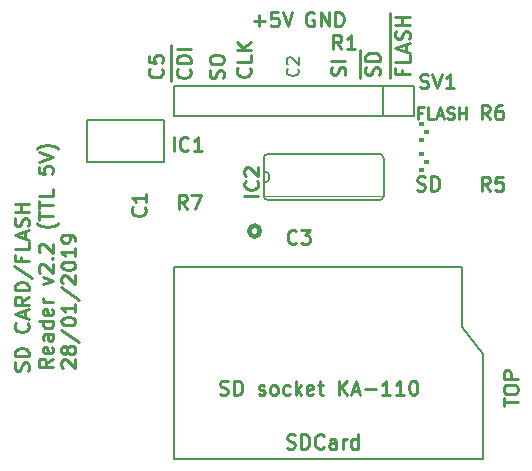
<source format=gbr>
G04 #@! TF.GenerationSoftware,KiCad,Pcbnew,(5.0.2)-1*
G04 #@! TF.CreationDate,2019-04-22T11:09:00+04:00*
G04 #@! TF.ProjectId,SD_CARD_and_SPI_FLASH_v2.2,53445f43-4152-4445-9f61-6e645f535049,rev?*
G04 #@! TF.SameCoordinates,Original*
G04 #@! TF.FileFunction,Legend,Top*
G04 #@! TF.FilePolarity,Positive*
%FSLAX46Y46*%
G04 Gerber Fmt 4.6, Leading zero omitted, Abs format (unit mm)*
G04 Created by KiCad (PCBNEW (5.0.2)-1) date 22/04/2019 11:09:00*
%MOMM*%
%LPD*%
G01*
G04 APERTURE LIST*
%ADD10C,0.200000*%
%ADD11C,0.406400*%
%ADD12C,0.228600*%
%ADD13C,0.127000*%
%ADD14C,0.203200*%
%ADD15C,0.050800*%
%ADD16C,0.152400*%
%ADD17C,0.100000*%
%ADD18C,0.220000*%
G04 APERTURE END LIST*
D10*
X157734000Y-91948000D02*
X157734000Y-94388000D01*
D11*
X147287000Y-104175600D02*
G75*
G03X147287000Y-104175600I-457900J0D01*
G01*
D12*
X127664195Y-115989200D02*
X127721647Y-115816843D01*
X127721647Y-115529581D01*
X127664195Y-115414676D01*
X127606742Y-115357224D01*
X127491838Y-115299771D01*
X127376933Y-115299771D01*
X127262028Y-115357224D01*
X127204576Y-115414676D01*
X127147123Y-115529581D01*
X127089671Y-115759390D01*
X127032219Y-115874295D01*
X126974766Y-115931748D01*
X126859861Y-115989200D01*
X126744957Y-115989200D01*
X126630052Y-115931748D01*
X126572600Y-115874295D01*
X126515147Y-115759390D01*
X126515147Y-115472129D01*
X126572600Y-115299771D01*
X127721647Y-114782700D02*
X126515147Y-114782700D01*
X126515147Y-114495438D01*
X126572600Y-114323081D01*
X126687504Y-114208176D01*
X126802409Y-114150724D01*
X127032219Y-114093271D01*
X127204576Y-114093271D01*
X127434385Y-114150724D01*
X127549290Y-114208176D01*
X127664195Y-114323081D01*
X127721647Y-114495438D01*
X127721647Y-114782700D01*
X127606742Y-111967533D02*
X127664195Y-112024986D01*
X127721647Y-112197343D01*
X127721647Y-112312248D01*
X127664195Y-112484605D01*
X127549290Y-112599510D01*
X127434385Y-112656962D01*
X127204576Y-112714414D01*
X127032219Y-112714414D01*
X126802409Y-112656962D01*
X126687504Y-112599510D01*
X126572600Y-112484605D01*
X126515147Y-112312248D01*
X126515147Y-112197343D01*
X126572600Y-112024986D01*
X126630052Y-111967533D01*
X127376933Y-111507914D02*
X127376933Y-110933390D01*
X127721647Y-111622819D02*
X126515147Y-111220652D01*
X127721647Y-110818486D01*
X127721647Y-109726890D02*
X127147123Y-110129057D01*
X127721647Y-110416319D02*
X126515147Y-110416319D01*
X126515147Y-109956700D01*
X126572600Y-109841795D01*
X126630052Y-109784343D01*
X126744957Y-109726890D01*
X126917314Y-109726890D01*
X127032219Y-109784343D01*
X127089671Y-109841795D01*
X127147123Y-109956700D01*
X127147123Y-110416319D01*
X127721647Y-109209819D02*
X126515147Y-109209819D01*
X126515147Y-108922557D01*
X126572600Y-108750200D01*
X126687504Y-108635295D01*
X126802409Y-108577843D01*
X127032219Y-108520390D01*
X127204576Y-108520390D01*
X127434385Y-108577843D01*
X127549290Y-108635295D01*
X127664195Y-108750200D01*
X127721647Y-108922557D01*
X127721647Y-109209819D01*
X126457695Y-107141533D02*
X128008909Y-108175676D01*
X127089671Y-106337200D02*
X127089671Y-106739367D01*
X127721647Y-106739367D02*
X126515147Y-106739367D01*
X126515147Y-106164843D01*
X127721647Y-105130700D02*
X127721647Y-105705224D01*
X126515147Y-105705224D01*
X127376933Y-104785986D02*
X127376933Y-104211462D01*
X127721647Y-104900890D02*
X126515147Y-104498724D01*
X127721647Y-104096557D01*
X127664195Y-103751843D02*
X127721647Y-103579486D01*
X127721647Y-103292224D01*
X127664195Y-103177319D01*
X127606742Y-103119867D01*
X127491838Y-103062414D01*
X127376933Y-103062414D01*
X127262028Y-103119867D01*
X127204576Y-103177319D01*
X127147123Y-103292224D01*
X127089671Y-103522033D01*
X127032219Y-103636938D01*
X126974766Y-103694390D01*
X126859861Y-103751843D01*
X126744957Y-103751843D01*
X126630052Y-103694390D01*
X126572600Y-103636938D01*
X126515147Y-103522033D01*
X126515147Y-103234771D01*
X126572600Y-103062414D01*
X127721647Y-102545343D02*
X126515147Y-102545343D01*
X127089671Y-102545343D02*
X127089671Y-101855914D01*
X127721647Y-101855914D02*
X126515147Y-101855914D01*
X129753647Y-114988319D02*
X129179123Y-115390486D01*
X129753647Y-115677748D02*
X128547147Y-115677748D01*
X128547147Y-115218129D01*
X128604600Y-115103224D01*
X128662052Y-115045771D01*
X128776957Y-114988319D01*
X128949314Y-114988319D01*
X129064219Y-115045771D01*
X129121671Y-115103224D01*
X129179123Y-115218129D01*
X129179123Y-115677748D01*
X129696195Y-114011629D02*
X129753647Y-114126533D01*
X129753647Y-114356343D01*
X129696195Y-114471248D01*
X129581290Y-114528700D01*
X129121671Y-114528700D01*
X129006766Y-114471248D01*
X128949314Y-114356343D01*
X128949314Y-114126533D01*
X129006766Y-114011629D01*
X129121671Y-113954176D01*
X129236576Y-113954176D01*
X129351480Y-114528700D01*
X129753647Y-112920033D02*
X129121671Y-112920033D01*
X129006766Y-112977486D01*
X128949314Y-113092390D01*
X128949314Y-113322200D01*
X129006766Y-113437105D01*
X129696195Y-112920033D02*
X129753647Y-113034938D01*
X129753647Y-113322200D01*
X129696195Y-113437105D01*
X129581290Y-113494557D01*
X129466385Y-113494557D01*
X129351480Y-113437105D01*
X129294028Y-113322200D01*
X129294028Y-113034938D01*
X129236576Y-112920033D01*
X129753647Y-111828438D02*
X128547147Y-111828438D01*
X129696195Y-111828438D02*
X129753647Y-111943343D01*
X129753647Y-112173152D01*
X129696195Y-112288057D01*
X129638742Y-112345510D01*
X129523838Y-112402962D01*
X129179123Y-112402962D01*
X129064219Y-112345510D01*
X129006766Y-112288057D01*
X128949314Y-112173152D01*
X128949314Y-111943343D01*
X129006766Y-111828438D01*
X129696195Y-110794295D02*
X129753647Y-110909200D01*
X129753647Y-111139010D01*
X129696195Y-111253914D01*
X129581290Y-111311367D01*
X129121671Y-111311367D01*
X129006766Y-111253914D01*
X128949314Y-111139010D01*
X128949314Y-110909200D01*
X129006766Y-110794295D01*
X129121671Y-110736843D01*
X129236576Y-110736843D01*
X129351480Y-111311367D01*
X129753647Y-110219771D02*
X128949314Y-110219771D01*
X129179123Y-110219771D02*
X129064219Y-110162319D01*
X129006766Y-110104867D01*
X128949314Y-109989962D01*
X128949314Y-109875057D01*
X128949314Y-108668557D02*
X129753647Y-108381295D01*
X128949314Y-108094033D01*
X128662052Y-107691867D02*
X128604600Y-107634414D01*
X128547147Y-107519510D01*
X128547147Y-107232248D01*
X128604600Y-107117343D01*
X128662052Y-107059890D01*
X128776957Y-107002438D01*
X128891861Y-107002438D01*
X129064219Y-107059890D01*
X129753647Y-107749319D01*
X129753647Y-107002438D01*
X129638742Y-106485367D02*
X129696195Y-106427914D01*
X129753647Y-106485367D01*
X129696195Y-106542819D01*
X129638742Y-106485367D01*
X129753647Y-106485367D01*
X128662052Y-105968295D02*
X128604600Y-105910843D01*
X128547147Y-105795938D01*
X128547147Y-105508676D01*
X128604600Y-105393771D01*
X128662052Y-105336319D01*
X128776957Y-105278867D01*
X128891861Y-105278867D01*
X129064219Y-105336319D01*
X129753647Y-106025748D01*
X129753647Y-105278867D01*
X130213266Y-103497843D02*
X130155814Y-103555295D01*
X129983457Y-103670200D01*
X129868552Y-103727652D01*
X129696195Y-103785105D01*
X129408933Y-103842557D01*
X129179123Y-103842557D01*
X128891861Y-103785105D01*
X128719504Y-103727652D01*
X128604600Y-103670200D01*
X128432242Y-103555295D01*
X128374790Y-103497843D01*
X128547147Y-103210581D02*
X128547147Y-102521152D01*
X129753647Y-102865867D02*
X128547147Y-102865867D01*
X128547147Y-102291343D02*
X128547147Y-101601914D01*
X129753647Y-101946629D02*
X128547147Y-101946629D01*
X129753647Y-100625224D02*
X129753647Y-101199748D01*
X128547147Y-101199748D01*
X128547147Y-98729295D02*
X128547147Y-99303819D01*
X129121671Y-99361271D01*
X129064219Y-99303819D01*
X129006766Y-99188914D01*
X129006766Y-98901652D01*
X129064219Y-98786748D01*
X129121671Y-98729295D01*
X129236576Y-98671843D01*
X129523838Y-98671843D01*
X129638742Y-98729295D01*
X129696195Y-98786748D01*
X129753647Y-98901652D01*
X129753647Y-99188914D01*
X129696195Y-99303819D01*
X129638742Y-99361271D01*
X128547147Y-98327129D02*
X129753647Y-97924962D01*
X128547147Y-97522795D01*
X130213266Y-97235533D02*
X130155814Y-97178081D01*
X129983457Y-97063176D01*
X129868552Y-97005724D01*
X129696195Y-96948271D01*
X129408933Y-96890819D01*
X129179123Y-96890819D01*
X128891861Y-96948271D01*
X128719504Y-97005724D01*
X128604600Y-97063176D01*
X128432242Y-97178081D01*
X128374790Y-97235533D01*
X167917147Y-119025105D02*
X167917147Y-118335676D01*
X169123647Y-118680390D02*
X167917147Y-118680390D01*
X167917147Y-117703700D02*
X167917147Y-117473890D01*
X167974600Y-117358986D01*
X168089504Y-117244081D01*
X168319314Y-117186629D01*
X168721480Y-117186629D01*
X168951290Y-117244081D01*
X169066195Y-117358986D01*
X169123647Y-117473890D01*
X169123647Y-117703700D01*
X169066195Y-117818605D01*
X168951290Y-117933510D01*
X168721480Y-117990962D01*
X168319314Y-117990962D01*
X168089504Y-117933510D01*
X167974600Y-117818605D01*
X167917147Y-117703700D01*
X169123647Y-116669557D02*
X167917147Y-116669557D01*
X167917147Y-116209938D01*
X167974600Y-116095033D01*
X168032052Y-116037581D01*
X168146957Y-115980129D01*
X168319314Y-115980129D01*
X168434219Y-116037581D01*
X168491671Y-116095033D01*
X168549123Y-116209938D01*
X168549123Y-116669557D01*
X130567052Y-115735200D02*
X130509600Y-115677748D01*
X130452147Y-115562843D01*
X130452147Y-115275581D01*
X130509600Y-115160676D01*
X130567052Y-115103224D01*
X130681957Y-115045771D01*
X130796861Y-115045771D01*
X130969219Y-115103224D01*
X131658647Y-115792652D01*
X131658647Y-115045771D01*
X130969219Y-114356343D02*
X130911766Y-114471248D01*
X130854314Y-114528700D01*
X130739409Y-114586152D01*
X130681957Y-114586152D01*
X130567052Y-114528700D01*
X130509600Y-114471248D01*
X130452147Y-114356343D01*
X130452147Y-114126533D01*
X130509600Y-114011629D01*
X130567052Y-113954176D01*
X130681957Y-113896724D01*
X130739409Y-113896724D01*
X130854314Y-113954176D01*
X130911766Y-114011629D01*
X130969219Y-114126533D01*
X130969219Y-114356343D01*
X131026671Y-114471248D01*
X131084123Y-114528700D01*
X131199028Y-114586152D01*
X131428838Y-114586152D01*
X131543742Y-114528700D01*
X131601195Y-114471248D01*
X131658647Y-114356343D01*
X131658647Y-114126533D01*
X131601195Y-114011629D01*
X131543742Y-113954176D01*
X131428838Y-113896724D01*
X131199028Y-113896724D01*
X131084123Y-113954176D01*
X131026671Y-114011629D01*
X130969219Y-114126533D01*
X130394695Y-112517867D02*
X131945909Y-113552010D01*
X130452147Y-111885890D02*
X130452147Y-111770986D01*
X130509600Y-111656081D01*
X130567052Y-111598629D01*
X130681957Y-111541176D01*
X130911766Y-111483724D01*
X131199028Y-111483724D01*
X131428838Y-111541176D01*
X131543742Y-111598629D01*
X131601195Y-111656081D01*
X131658647Y-111770986D01*
X131658647Y-111885890D01*
X131601195Y-112000795D01*
X131543742Y-112058248D01*
X131428838Y-112115700D01*
X131199028Y-112173152D01*
X130911766Y-112173152D01*
X130681957Y-112115700D01*
X130567052Y-112058248D01*
X130509600Y-112000795D01*
X130452147Y-111885890D01*
X131658647Y-110334676D02*
X131658647Y-111024105D01*
X131658647Y-110679390D02*
X130452147Y-110679390D01*
X130624504Y-110794295D01*
X130739409Y-110909200D01*
X130796861Y-111024105D01*
X130394695Y-108955819D02*
X131945909Y-109989962D01*
X130567052Y-108611105D02*
X130509600Y-108553652D01*
X130452147Y-108438748D01*
X130452147Y-108151486D01*
X130509600Y-108036581D01*
X130567052Y-107979129D01*
X130681957Y-107921676D01*
X130796861Y-107921676D01*
X130969219Y-107979129D01*
X131658647Y-108668557D01*
X131658647Y-107921676D01*
X130452147Y-107174795D02*
X130452147Y-107059890D01*
X130509600Y-106944986D01*
X130567052Y-106887533D01*
X130681957Y-106830081D01*
X130911766Y-106772629D01*
X131199028Y-106772629D01*
X131428838Y-106830081D01*
X131543742Y-106887533D01*
X131601195Y-106944986D01*
X131658647Y-107059890D01*
X131658647Y-107174795D01*
X131601195Y-107289700D01*
X131543742Y-107347152D01*
X131428838Y-107404605D01*
X131199028Y-107462057D01*
X130911766Y-107462057D01*
X130681957Y-107404605D01*
X130567052Y-107347152D01*
X130509600Y-107289700D01*
X130452147Y-107174795D01*
X131658647Y-105623581D02*
X131658647Y-106313010D01*
X131658647Y-105968295D02*
X130452147Y-105968295D01*
X130624504Y-106083200D01*
X130739409Y-106198105D01*
X130796861Y-106313010D01*
X131658647Y-105049057D02*
X131658647Y-104819248D01*
X131601195Y-104704343D01*
X131543742Y-104646890D01*
X131371385Y-104531986D01*
X131141576Y-104474533D01*
X130681957Y-104474533D01*
X130567052Y-104531986D01*
X130509600Y-104589438D01*
X130452147Y-104704343D01*
X130452147Y-104934152D01*
X130509600Y-105049057D01*
X130567052Y-105106510D01*
X130681957Y-105163962D01*
X130969219Y-105163962D01*
X131084123Y-105106510D01*
X131141576Y-105049057D01*
X131199028Y-104934152D01*
X131199028Y-104704343D01*
X131141576Y-104589438D01*
X131084123Y-104531986D01*
X130969219Y-104474533D01*
X158250890Y-91200010D02*
X158250890Y-90165867D01*
X159330571Y-90510581D02*
X159330571Y-90912748D01*
X159962547Y-90912748D02*
X158756047Y-90912748D01*
X158756047Y-90338224D01*
X158250890Y-90165867D02*
X158250890Y-89189176D01*
X159962547Y-89304081D02*
X159962547Y-89878605D01*
X158756047Y-89878605D01*
X158250890Y-89189176D02*
X158250890Y-88155033D01*
X159617833Y-88959367D02*
X159617833Y-88384843D01*
X159962547Y-89074271D02*
X158756047Y-88672105D01*
X159962547Y-88269938D01*
X158250890Y-88155033D02*
X158250890Y-87005986D01*
X159905095Y-87925224D02*
X159962547Y-87752867D01*
X159962547Y-87465605D01*
X159905095Y-87350700D01*
X159847642Y-87293248D01*
X159732738Y-87235795D01*
X159617833Y-87235795D01*
X159502928Y-87293248D01*
X159445476Y-87350700D01*
X159388023Y-87465605D01*
X159330571Y-87695414D01*
X159273119Y-87810319D01*
X159215666Y-87867771D01*
X159100761Y-87925224D01*
X158985857Y-87925224D01*
X158870952Y-87867771D01*
X158813500Y-87810319D01*
X158756047Y-87695414D01*
X158756047Y-87408152D01*
X158813500Y-87235795D01*
X158250890Y-87005986D02*
X158250890Y-85742033D01*
X159962547Y-86718724D02*
X158756047Y-86718724D01*
X159330571Y-86718724D02*
X159330571Y-86029295D01*
X159962547Y-86029295D02*
X158756047Y-86029295D01*
X155710890Y-91200010D02*
X155710890Y-90050962D01*
X157365095Y-90970200D02*
X157422547Y-90797843D01*
X157422547Y-90510581D01*
X157365095Y-90395676D01*
X157307642Y-90338224D01*
X157192738Y-90280771D01*
X157077833Y-90280771D01*
X156962928Y-90338224D01*
X156905476Y-90395676D01*
X156848023Y-90510581D01*
X156790571Y-90740390D01*
X156733119Y-90855295D01*
X156675666Y-90912748D01*
X156560761Y-90970200D01*
X156445857Y-90970200D01*
X156330952Y-90912748D01*
X156273500Y-90855295D01*
X156216047Y-90740390D01*
X156216047Y-90453129D01*
X156273500Y-90280771D01*
X155710890Y-90050962D02*
X155710890Y-88844462D01*
X157422547Y-89763700D02*
X156216047Y-89763700D01*
X156216047Y-89476438D01*
X156273500Y-89304081D01*
X156388404Y-89189176D01*
X156503309Y-89131724D01*
X156733119Y-89074271D01*
X156905476Y-89074271D01*
X157135285Y-89131724D01*
X157250190Y-89189176D01*
X157365095Y-89304081D01*
X157422547Y-89476438D01*
X157422547Y-89763700D01*
X151833928Y-85697100D02*
X151719023Y-85639647D01*
X151546666Y-85639647D01*
X151374309Y-85697100D01*
X151259404Y-85812004D01*
X151201951Y-85926909D01*
X151144499Y-86156719D01*
X151144499Y-86329076D01*
X151201951Y-86558885D01*
X151259404Y-86673790D01*
X151374309Y-86788695D01*
X151546666Y-86846147D01*
X151661570Y-86846147D01*
X151833928Y-86788695D01*
X151891380Y-86731242D01*
X151891380Y-86329076D01*
X151661570Y-86329076D01*
X152408451Y-86846147D02*
X152408451Y-85639647D01*
X153097880Y-86846147D01*
X153097880Y-85639647D01*
X153672404Y-86846147D02*
X153672404Y-85639647D01*
X153959666Y-85639647D01*
X154132023Y-85697100D01*
X154246928Y-85812004D01*
X154304380Y-85926909D01*
X154361832Y-86156719D01*
X154361832Y-86329076D01*
X154304380Y-86558885D01*
X154246928Y-86673790D01*
X154132023Y-86788695D01*
X153959666Y-86846147D01*
X153672404Y-86846147D01*
X154461195Y-90970200D02*
X154518647Y-90797843D01*
X154518647Y-90510581D01*
X154461195Y-90395676D01*
X154403742Y-90338224D01*
X154288838Y-90280771D01*
X154173933Y-90280771D01*
X154059028Y-90338224D01*
X154001576Y-90395676D01*
X153944123Y-90510581D01*
X153886671Y-90740390D01*
X153829219Y-90855295D01*
X153771766Y-90912748D01*
X153656861Y-90970200D01*
X153541957Y-90970200D01*
X153427052Y-90912748D01*
X153369600Y-90855295D01*
X153312147Y-90740390D01*
X153312147Y-90453129D01*
X153369600Y-90280771D01*
X154518647Y-89763700D02*
X153312147Y-89763700D01*
X144174195Y-91224200D02*
X144231647Y-91051843D01*
X144231647Y-90764581D01*
X144174195Y-90649676D01*
X144116742Y-90592224D01*
X144001838Y-90534771D01*
X143886933Y-90534771D01*
X143772028Y-90592224D01*
X143714576Y-90649676D01*
X143657123Y-90764581D01*
X143599671Y-90994390D01*
X143542219Y-91109295D01*
X143484766Y-91166748D01*
X143369861Y-91224200D01*
X143254957Y-91224200D01*
X143140052Y-91166748D01*
X143082600Y-91109295D01*
X143025147Y-90994390D01*
X143025147Y-90707129D01*
X143082600Y-90534771D01*
X143025147Y-89787890D02*
X143025147Y-89558081D01*
X143082600Y-89443176D01*
X143197504Y-89328271D01*
X143427314Y-89270819D01*
X143829480Y-89270819D01*
X144059290Y-89328271D01*
X144174195Y-89443176D01*
X144231647Y-89558081D01*
X144231647Y-89787890D01*
X144174195Y-89902795D01*
X144059290Y-90017700D01*
X143829480Y-90075152D01*
X143427314Y-90075152D01*
X143197504Y-90017700D01*
X143082600Y-89902795D01*
X143025147Y-89787890D01*
X146402742Y-90350319D02*
X146460195Y-90407771D01*
X146517647Y-90580129D01*
X146517647Y-90695033D01*
X146460195Y-90867390D01*
X146345290Y-90982295D01*
X146230385Y-91039748D01*
X146000576Y-91097200D01*
X145828219Y-91097200D01*
X145598409Y-91039748D01*
X145483504Y-90982295D01*
X145368600Y-90867390D01*
X145311147Y-90695033D01*
X145311147Y-90580129D01*
X145368600Y-90407771D01*
X145426052Y-90350319D01*
X146517647Y-89258724D02*
X146517647Y-89833248D01*
X145311147Y-89833248D01*
X146517647Y-88856557D02*
X145311147Y-88856557D01*
X146517647Y-88167129D02*
X145828219Y-88684200D01*
X145311147Y-88167129D02*
X146000576Y-88856557D01*
X146756951Y-86386528D02*
X147676190Y-86386528D01*
X147216570Y-86846147D02*
X147216570Y-85926909D01*
X148825237Y-85639647D02*
X148250713Y-85639647D01*
X148193261Y-86214171D01*
X148250713Y-86156719D01*
X148365618Y-86099266D01*
X148652880Y-86099266D01*
X148767785Y-86156719D01*
X148825237Y-86214171D01*
X148882690Y-86329076D01*
X148882690Y-86616338D01*
X148825237Y-86731242D01*
X148767785Y-86788695D01*
X148652880Y-86846147D01*
X148365618Y-86846147D01*
X148250713Y-86788695D01*
X148193261Y-86731242D01*
X149227404Y-85639647D02*
X149629570Y-86846147D01*
X150031737Y-85639647D01*
X139725990Y-91454010D02*
X139725990Y-90247510D01*
X141322742Y-90477319D02*
X141380195Y-90534771D01*
X141437647Y-90707129D01*
X141437647Y-90822033D01*
X141380195Y-90994390D01*
X141265290Y-91109295D01*
X141150385Y-91166748D01*
X140920576Y-91224200D01*
X140748219Y-91224200D01*
X140518409Y-91166748D01*
X140403504Y-91109295D01*
X140288600Y-90994390D01*
X140231147Y-90822033D01*
X140231147Y-90707129D01*
X140288600Y-90534771D01*
X140346052Y-90477319D01*
X139725990Y-90247510D02*
X139725990Y-89041010D01*
X141437647Y-89960248D02*
X140231147Y-89960248D01*
X140231147Y-89672986D01*
X140288600Y-89500629D01*
X140403504Y-89385724D01*
X140518409Y-89328271D01*
X140748219Y-89270819D01*
X140920576Y-89270819D01*
X141150385Y-89328271D01*
X141265290Y-89385724D01*
X141380195Y-89500629D01*
X141437647Y-89672986D01*
X141437647Y-89960248D01*
X139725990Y-89041010D02*
X139725990Y-88466486D01*
X141437647Y-88753748D02*
X140231147Y-88753748D01*
D13*
G04 #@! TO.C,U$1*
X164355100Y-112303600D02*
X166133100Y-114589600D01*
X164355100Y-107223600D02*
X164355100Y-112303600D01*
X166133100Y-123479600D02*
X166133100Y-114589600D01*
X164863100Y-123479600D02*
X166133100Y-123479600D01*
X139971100Y-123479600D02*
X164863100Y-123479600D01*
X139971100Y-107223600D02*
X139971100Y-123479600D01*
X139971100Y-107223600D02*
X164355100Y-107223600D01*
D14*
G04 #@! TO.C,IC1*
X139184100Y-98333600D02*
X132630100Y-98333600D01*
X139184100Y-94777600D02*
X139184100Y-98333600D01*
X132630100Y-94777600D02*
X139184100Y-94777600D01*
X132630100Y-98333600D02*
X132630100Y-94777600D01*
D15*
G04 #@! TO.C,IC2*
X147591100Y-101203800D02*
X157751100Y-101203800D01*
D16*
X147591100Y-100111600D02*
G75*
G03X147591100Y-99095600I0J508000D01*
G01*
X147591100Y-100111600D02*
X147591100Y-101178400D01*
X147591100Y-99095600D02*
X147591100Y-100111600D01*
X147591100Y-98028800D02*
X147591100Y-99095600D01*
X157751100Y-101178400D02*
X157751100Y-98028800D01*
X147972100Y-101559400D02*
X157370100Y-101559400D01*
X147972100Y-101559400D02*
G75*
G02X147591100Y-101178400I0J381000D01*
G01*
X157751100Y-98028800D02*
G75*
G03X157370100Y-97647800I-381000J0D01*
G01*
X147972100Y-97647800D02*
G75*
G03X147591100Y-98028800I0J-381000D01*
G01*
X157751100Y-101178400D02*
G75*
G02X157370100Y-101559400I-381000J0D01*
G01*
X157370100Y-97647800D02*
X147972100Y-97647800D01*
D17*
G04 #@! TO.C,SD*
G36*
X161561100Y-98508600D02*
X161561100Y-98158600D01*
X161211100Y-98158600D01*
X161211100Y-98508600D01*
X161561100Y-98508600D01*
G37*
G36*
X161211100Y-97808600D02*
X161211100Y-97483600D01*
X160786100Y-97483600D01*
X160786100Y-97808600D01*
X161211100Y-97808600D01*
G37*
G36*
X161211100Y-99183600D02*
X161211100Y-98858600D01*
X160786100Y-98858600D01*
X160786100Y-99183600D01*
X161211100Y-99183600D01*
G37*
G04 #@! TO.C,FLASH*
G36*
X161561100Y-95968600D02*
X161561100Y-95618600D01*
X161211100Y-95618600D01*
X161211100Y-95968600D01*
X161561100Y-95968600D01*
G37*
G36*
X161211100Y-95268600D02*
X161211100Y-94943600D01*
X160786100Y-94943600D01*
X160786100Y-95268600D01*
X161211100Y-95268600D01*
G37*
G36*
X161211100Y-96643600D02*
X161211100Y-96318600D01*
X160786100Y-96318600D01*
X160786100Y-96643600D01*
X161211100Y-96643600D01*
G37*
D13*
G04 #@! TO.C,SV1*
X160291100Y-91882000D02*
X160291100Y-94422000D01*
X139971100Y-91882000D02*
X160291100Y-91882000D01*
X139971100Y-94422000D02*
X139971100Y-91882000D01*
X160291100Y-94422000D02*
X139971100Y-94422000D01*
G04 #@! TO.C,U$1*
D18*
X143882809Y-117995095D02*
X144055166Y-118052547D01*
X144342428Y-118052547D01*
X144457333Y-117995095D01*
X144514785Y-117937642D01*
X144572238Y-117822738D01*
X144572238Y-117707833D01*
X144514785Y-117592928D01*
X144457333Y-117535476D01*
X144342428Y-117478023D01*
X144112619Y-117420571D01*
X143997714Y-117363119D01*
X143940261Y-117305666D01*
X143882809Y-117190761D01*
X143882809Y-117075857D01*
X143940261Y-116960952D01*
X143997714Y-116903500D01*
X144112619Y-116846047D01*
X144399880Y-116846047D01*
X144572238Y-116903500D01*
X145089309Y-118052547D02*
X145089309Y-116846047D01*
X145376571Y-116846047D01*
X145548928Y-116903500D01*
X145663833Y-117018404D01*
X145721285Y-117133309D01*
X145778738Y-117363119D01*
X145778738Y-117535476D01*
X145721285Y-117765285D01*
X145663833Y-117880190D01*
X145548928Y-117995095D01*
X145376571Y-118052547D01*
X145089309Y-118052547D01*
X147157595Y-117995095D02*
X147272500Y-118052547D01*
X147502309Y-118052547D01*
X147617214Y-117995095D01*
X147674666Y-117880190D01*
X147674666Y-117822738D01*
X147617214Y-117707833D01*
X147502309Y-117650380D01*
X147329952Y-117650380D01*
X147215047Y-117592928D01*
X147157595Y-117478023D01*
X147157595Y-117420571D01*
X147215047Y-117305666D01*
X147329952Y-117248214D01*
X147502309Y-117248214D01*
X147617214Y-117305666D01*
X148364095Y-118052547D02*
X148249190Y-117995095D01*
X148191738Y-117937642D01*
X148134285Y-117822738D01*
X148134285Y-117478023D01*
X148191738Y-117363119D01*
X148249190Y-117305666D01*
X148364095Y-117248214D01*
X148536452Y-117248214D01*
X148651357Y-117305666D01*
X148708809Y-117363119D01*
X148766261Y-117478023D01*
X148766261Y-117822738D01*
X148708809Y-117937642D01*
X148651357Y-117995095D01*
X148536452Y-118052547D01*
X148364095Y-118052547D01*
X149800404Y-117995095D02*
X149685500Y-118052547D01*
X149455690Y-118052547D01*
X149340785Y-117995095D01*
X149283333Y-117937642D01*
X149225880Y-117822738D01*
X149225880Y-117478023D01*
X149283333Y-117363119D01*
X149340785Y-117305666D01*
X149455690Y-117248214D01*
X149685500Y-117248214D01*
X149800404Y-117305666D01*
X150317476Y-118052547D02*
X150317476Y-116846047D01*
X150432380Y-117592928D02*
X150777095Y-118052547D01*
X150777095Y-117248214D02*
X150317476Y-117707833D01*
X151753785Y-117995095D02*
X151638880Y-118052547D01*
X151409071Y-118052547D01*
X151294166Y-117995095D01*
X151236714Y-117880190D01*
X151236714Y-117420571D01*
X151294166Y-117305666D01*
X151409071Y-117248214D01*
X151638880Y-117248214D01*
X151753785Y-117305666D01*
X151811238Y-117420571D01*
X151811238Y-117535476D01*
X151236714Y-117650380D01*
X152155952Y-117248214D02*
X152615571Y-117248214D01*
X152328309Y-116846047D02*
X152328309Y-117880190D01*
X152385761Y-117995095D01*
X152500666Y-118052547D01*
X152615571Y-118052547D01*
X153936976Y-118052547D02*
X153936976Y-116846047D01*
X154626404Y-118052547D02*
X154109333Y-117363119D01*
X154626404Y-116846047D02*
X153936976Y-117535476D01*
X155086023Y-117707833D02*
X155660547Y-117707833D01*
X154971119Y-118052547D02*
X155373285Y-116846047D01*
X155775452Y-118052547D01*
X156177619Y-117592928D02*
X157096857Y-117592928D01*
X158303357Y-118052547D02*
X157613928Y-118052547D01*
X157958642Y-118052547D02*
X157958642Y-116846047D01*
X157843738Y-117018404D01*
X157728833Y-117133309D01*
X157613928Y-117190761D01*
X159452404Y-118052547D02*
X158762976Y-118052547D01*
X159107690Y-118052547D02*
X159107690Y-116846047D01*
X158992785Y-117018404D01*
X158877880Y-117133309D01*
X158762976Y-117190761D01*
X160199285Y-116846047D02*
X160314190Y-116846047D01*
X160429095Y-116903500D01*
X160486547Y-116960952D01*
X160544000Y-117075857D01*
X160601452Y-117305666D01*
X160601452Y-117592928D01*
X160544000Y-117822738D01*
X160486547Y-117937642D01*
X160429095Y-117995095D01*
X160314190Y-118052547D01*
X160199285Y-118052547D01*
X160084380Y-117995095D01*
X160026928Y-117937642D01*
X159969476Y-117822738D01*
X159912023Y-117592928D01*
X159912023Y-117305666D01*
X159969476Y-117075857D01*
X160026928Y-116960952D01*
X160084380Y-116903500D01*
X160199285Y-116846047D01*
X149567790Y-122539195D02*
X149740147Y-122596647D01*
X150027409Y-122596647D01*
X150142314Y-122539195D01*
X150199766Y-122481742D01*
X150257219Y-122366838D01*
X150257219Y-122251933D01*
X150199766Y-122137028D01*
X150142314Y-122079576D01*
X150027409Y-122022123D01*
X149797600Y-121964671D01*
X149682695Y-121907219D01*
X149625242Y-121849766D01*
X149567790Y-121734861D01*
X149567790Y-121619957D01*
X149625242Y-121505052D01*
X149682695Y-121447600D01*
X149797600Y-121390147D01*
X150084861Y-121390147D01*
X150257219Y-121447600D01*
X150774290Y-122596647D02*
X150774290Y-121390147D01*
X151061552Y-121390147D01*
X151233909Y-121447600D01*
X151348814Y-121562504D01*
X151406266Y-121677409D01*
X151463719Y-121907219D01*
X151463719Y-122079576D01*
X151406266Y-122309385D01*
X151348814Y-122424290D01*
X151233909Y-122539195D01*
X151061552Y-122596647D01*
X150774290Y-122596647D01*
X152670219Y-122481742D02*
X152612766Y-122539195D01*
X152440409Y-122596647D01*
X152325504Y-122596647D01*
X152153147Y-122539195D01*
X152038242Y-122424290D01*
X151980790Y-122309385D01*
X151923338Y-122079576D01*
X151923338Y-121907219D01*
X151980790Y-121677409D01*
X152038242Y-121562504D01*
X152153147Y-121447600D01*
X152325504Y-121390147D01*
X152440409Y-121390147D01*
X152612766Y-121447600D01*
X152670219Y-121505052D01*
X153704361Y-122596647D02*
X153704361Y-121964671D01*
X153646909Y-121849766D01*
X153532004Y-121792314D01*
X153302195Y-121792314D01*
X153187290Y-121849766D01*
X153704361Y-122539195D02*
X153589457Y-122596647D01*
X153302195Y-122596647D01*
X153187290Y-122539195D01*
X153129838Y-122424290D01*
X153129838Y-122309385D01*
X153187290Y-122194480D01*
X153302195Y-122137028D01*
X153589457Y-122137028D01*
X153704361Y-122079576D01*
X154278885Y-122596647D02*
X154278885Y-121792314D01*
X154278885Y-122022123D02*
X154336338Y-121907219D01*
X154393790Y-121849766D01*
X154508695Y-121792314D01*
X154623600Y-121792314D01*
X155542838Y-122596647D02*
X155542838Y-121390147D01*
X155542838Y-122539195D02*
X155427933Y-122596647D01*
X155198123Y-122596647D01*
X155083219Y-122539195D01*
X155025766Y-122481742D01*
X154968314Y-122366838D01*
X154968314Y-122022123D01*
X155025766Y-121907219D01*
X155083219Y-121849766D01*
X155198123Y-121792314D01*
X155427933Y-121792314D01*
X155542838Y-121849766D01*
G04 #@! TO.C,C1*
X137512742Y-102166909D02*
X137570195Y-102224361D01*
X137627647Y-102396719D01*
X137627647Y-102511623D01*
X137570195Y-102683980D01*
X137455290Y-102798885D01*
X137340385Y-102856338D01*
X137110576Y-102913790D01*
X136938219Y-102913790D01*
X136708409Y-102856338D01*
X136593504Y-102798885D01*
X136478600Y-102683980D01*
X136421147Y-102511623D01*
X136421147Y-102396719D01*
X136478600Y-102224361D01*
X136536052Y-102166909D01*
X137627647Y-101017861D02*
X137627647Y-101707290D01*
X137627647Y-101362576D02*
X136421147Y-101362576D01*
X136593504Y-101477480D01*
X136708409Y-101592385D01*
X136765861Y-101707290D01*
G04 #@! TO.C,R7*
X141073690Y-102304547D02*
X140671523Y-101730023D01*
X140384261Y-102304547D02*
X140384261Y-101098047D01*
X140843880Y-101098047D01*
X140958785Y-101155500D01*
X141016238Y-101212952D01*
X141073690Y-101327857D01*
X141073690Y-101500214D01*
X141016238Y-101615119D01*
X140958785Y-101672571D01*
X140843880Y-101730023D01*
X140384261Y-101730023D01*
X141475857Y-101098047D02*
X142280190Y-101098047D01*
X141763119Y-102304547D01*
G04 #@! TO.C,IC1*
X139962190Y-97415047D02*
X139962190Y-96208547D01*
X141226142Y-97300142D02*
X141168690Y-97357595D01*
X140996333Y-97415047D01*
X140881428Y-97415047D01*
X140709071Y-97357595D01*
X140594166Y-97242690D01*
X140536714Y-97127785D01*
X140479261Y-96897976D01*
X140479261Y-96725619D01*
X140536714Y-96495809D01*
X140594166Y-96380904D01*
X140709071Y-96266000D01*
X140881428Y-96208547D01*
X140996333Y-96208547D01*
X141168690Y-96266000D01*
X141226142Y-96323452D01*
X142375190Y-97415047D02*
X141685761Y-97415047D01*
X142030476Y-97415047D02*
X142030476Y-96208547D01*
X141915571Y-96380904D01*
X141800666Y-96495809D01*
X141685761Y-96553261D01*
G04 #@! TO.C,C2*
D10*
X150463142Y-90426857D02*
X150510761Y-90474476D01*
X150558380Y-90617333D01*
X150558380Y-90712571D01*
X150510761Y-90855428D01*
X150415523Y-90950666D01*
X150320285Y-90998285D01*
X150129809Y-91045904D01*
X149986952Y-91045904D01*
X149796476Y-90998285D01*
X149701238Y-90950666D01*
X149606000Y-90855428D01*
X149558380Y-90712571D01*
X149558380Y-90617333D01*
X149606000Y-90474476D01*
X149653619Y-90426857D01*
X149653619Y-90045904D02*
X149606000Y-89998285D01*
X149558380Y-89903047D01*
X149558380Y-89664952D01*
X149606000Y-89569714D01*
X149653619Y-89522095D01*
X149748857Y-89474476D01*
X149844095Y-89474476D01*
X149986952Y-89522095D01*
X150558380Y-90093523D01*
X150558380Y-89474476D01*
G04 #@! TO.C,IC2*
D18*
X147152647Y-101205338D02*
X145946147Y-101205338D01*
X147037742Y-99941385D02*
X147095195Y-99998838D01*
X147152647Y-100171195D01*
X147152647Y-100286100D01*
X147095195Y-100458457D01*
X146980290Y-100573361D01*
X146865385Y-100630814D01*
X146635576Y-100688266D01*
X146463219Y-100688266D01*
X146233409Y-100630814D01*
X146118504Y-100573361D01*
X146003600Y-100458457D01*
X145946147Y-100286100D01*
X145946147Y-100171195D01*
X146003600Y-99998838D01*
X146061052Y-99941385D01*
X146061052Y-99481766D02*
X146003600Y-99424314D01*
X145946147Y-99309409D01*
X145946147Y-99022147D01*
X146003600Y-98907242D01*
X146061052Y-98849790D01*
X146175957Y-98792338D01*
X146290861Y-98792338D01*
X146463219Y-98849790D01*
X147152647Y-99539219D01*
X147152647Y-98792338D01*
G04 #@! TO.C,R1*
X154180142Y-88779047D02*
X153777976Y-88204523D01*
X153490714Y-88779047D02*
X153490714Y-87572547D01*
X153950333Y-87572547D01*
X154065238Y-87630000D01*
X154122690Y-87687452D01*
X154180142Y-87802357D01*
X154180142Y-87974714D01*
X154122690Y-88089619D01*
X154065238Y-88147071D01*
X153950333Y-88204523D01*
X153490714Y-88204523D01*
X155329190Y-88779047D02*
X154639761Y-88779047D01*
X154984476Y-88779047D02*
X154984476Y-87572547D01*
X154869571Y-87744904D01*
X154754666Y-87859809D01*
X154639761Y-87917261D01*
G04 #@! TO.C,C3*
X150370142Y-105174142D02*
X150312690Y-105231595D01*
X150140333Y-105289047D01*
X150025428Y-105289047D01*
X149853071Y-105231595D01*
X149738166Y-105116690D01*
X149680714Y-105001785D01*
X149623261Y-104771976D01*
X149623261Y-104599619D01*
X149680714Y-104369809D01*
X149738166Y-104254904D01*
X149853071Y-104140000D01*
X150025428Y-104082547D01*
X150140333Y-104082547D01*
X150312690Y-104140000D01*
X150370142Y-104197452D01*
X150772309Y-104082547D02*
X151519190Y-104082547D01*
X151117023Y-104542166D01*
X151289380Y-104542166D01*
X151404285Y-104599619D01*
X151461738Y-104657071D01*
X151519190Y-104771976D01*
X151519190Y-105059238D01*
X151461738Y-105174142D01*
X151404285Y-105231595D01*
X151289380Y-105289047D01*
X150944666Y-105289047D01*
X150829761Y-105231595D01*
X150772309Y-105174142D01*
G04 #@! TO.C,R5*
X166727690Y-100780547D02*
X166325523Y-100206023D01*
X166038261Y-100780547D02*
X166038261Y-99574047D01*
X166497880Y-99574047D01*
X166612785Y-99631500D01*
X166670238Y-99688952D01*
X166727690Y-99803857D01*
X166727690Y-99976214D01*
X166670238Y-100091119D01*
X166612785Y-100148571D01*
X166497880Y-100206023D01*
X166038261Y-100206023D01*
X167819285Y-99574047D02*
X167244761Y-99574047D01*
X167187309Y-100148571D01*
X167244761Y-100091119D01*
X167359666Y-100033666D01*
X167646928Y-100033666D01*
X167761833Y-100091119D01*
X167819285Y-100148571D01*
X167876738Y-100263476D01*
X167876738Y-100550738D01*
X167819285Y-100665642D01*
X167761833Y-100723095D01*
X167646928Y-100780547D01*
X167359666Y-100780547D01*
X167244761Y-100723095D01*
X167187309Y-100665642D01*
G04 #@! TO.C,SD*
X160562361Y-100695195D02*
X160734719Y-100752647D01*
X161021980Y-100752647D01*
X161136885Y-100695195D01*
X161194338Y-100637742D01*
X161251790Y-100522838D01*
X161251790Y-100407933D01*
X161194338Y-100293028D01*
X161136885Y-100235576D01*
X161021980Y-100178123D01*
X160792171Y-100120671D01*
X160677266Y-100063219D01*
X160619814Y-100005766D01*
X160562361Y-99890861D01*
X160562361Y-99775957D01*
X160619814Y-99661052D01*
X160677266Y-99603600D01*
X160792171Y-99546147D01*
X161079433Y-99546147D01*
X161251790Y-99603600D01*
X161768861Y-100752647D02*
X161768861Y-99546147D01*
X162056123Y-99546147D01*
X162228480Y-99603600D01*
X162343385Y-99718504D01*
X162400838Y-99833409D01*
X162458290Y-100063219D01*
X162458290Y-100235576D01*
X162400838Y-100465385D01*
X162343385Y-100580290D01*
X162228480Y-100695195D01*
X162056123Y-100752647D01*
X161768861Y-100752647D01*
G04 #@! TO.C,FLASH*
X161004619Y-94154571D02*
X160671285Y-94154571D01*
X160671285Y-94678380D02*
X160671285Y-93678380D01*
X161147476Y-93678380D01*
X162004619Y-94678380D02*
X161528428Y-94678380D01*
X161528428Y-93678380D01*
X162290333Y-94392666D02*
X162766523Y-94392666D01*
X162195095Y-94678380D02*
X162528428Y-93678380D01*
X162861761Y-94678380D01*
X163147476Y-94630761D02*
X163290333Y-94678380D01*
X163528428Y-94678380D01*
X163623666Y-94630761D01*
X163671285Y-94583142D01*
X163718904Y-94487904D01*
X163718904Y-94392666D01*
X163671285Y-94297428D01*
X163623666Y-94249809D01*
X163528428Y-94202190D01*
X163337952Y-94154571D01*
X163242714Y-94106952D01*
X163195095Y-94059333D01*
X163147476Y-93964095D01*
X163147476Y-93868857D01*
X163195095Y-93773619D01*
X163242714Y-93726000D01*
X163337952Y-93678380D01*
X163576047Y-93678380D01*
X163718904Y-93726000D01*
X164147476Y-94678380D02*
X164147476Y-93678380D01*
X164147476Y-94154571D02*
X164718904Y-94154571D01*
X164718904Y-94678380D02*
X164718904Y-93678380D01*
G04 #@! TO.C,R6*
X166727690Y-94720147D02*
X166325523Y-94145623D01*
X166038261Y-94720147D02*
X166038261Y-93513647D01*
X166497880Y-93513647D01*
X166612785Y-93571100D01*
X166670238Y-93628552D01*
X166727690Y-93743457D01*
X166727690Y-93915814D01*
X166670238Y-94030719D01*
X166612785Y-94088171D01*
X166497880Y-94145623D01*
X166038261Y-94145623D01*
X167761833Y-93513647D02*
X167532023Y-93513647D01*
X167417119Y-93571100D01*
X167359666Y-93628552D01*
X167244761Y-93800909D01*
X167187309Y-94030719D01*
X167187309Y-94490338D01*
X167244761Y-94605242D01*
X167302214Y-94662695D01*
X167417119Y-94720147D01*
X167646928Y-94720147D01*
X167761833Y-94662695D01*
X167819285Y-94605242D01*
X167876738Y-94490338D01*
X167876738Y-94203076D01*
X167819285Y-94088171D01*
X167761833Y-94030719D01*
X167646928Y-93973266D01*
X167417119Y-93973266D01*
X167302214Y-94030719D01*
X167244761Y-94088171D01*
X167187309Y-94203076D01*
G04 #@! TO.C,C5*
X138956142Y-90421857D02*
X139013595Y-90479309D01*
X139071047Y-90651666D01*
X139071047Y-90766571D01*
X139013595Y-90938928D01*
X138898690Y-91053833D01*
X138783785Y-91111285D01*
X138553976Y-91168738D01*
X138381619Y-91168738D01*
X138151809Y-91111285D01*
X138036904Y-91053833D01*
X137922000Y-90938928D01*
X137864547Y-90766571D01*
X137864547Y-90651666D01*
X137922000Y-90479309D01*
X137979452Y-90421857D01*
X137864547Y-89330261D02*
X137864547Y-89904785D01*
X138439071Y-89962238D01*
X138381619Y-89904785D01*
X138324166Y-89789880D01*
X138324166Y-89502619D01*
X138381619Y-89387714D01*
X138439071Y-89330261D01*
X138553976Y-89272809D01*
X138841238Y-89272809D01*
X138956142Y-89330261D01*
X139013595Y-89387714D01*
X139071047Y-89502619D01*
X139071047Y-89789880D01*
X139013595Y-89904785D01*
X138956142Y-89962238D01*
G04 #@! TO.C,SV1*
X160838571Y-92023595D02*
X161010928Y-92081047D01*
X161298190Y-92081047D01*
X161413095Y-92023595D01*
X161470547Y-91966142D01*
X161528000Y-91851238D01*
X161528000Y-91736333D01*
X161470547Y-91621428D01*
X161413095Y-91563976D01*
X161298190Y-91506523D01*
X161068380Y-91449071D01*
X160953476Y-91391619D01*
X160896023Y-91334166D01*
X160838571Y-91219261D01*
X160838571Y-91104357D01*
X160896023Y-90989452D01*
X160953476Y-90932000D01*
X161068380Y-90874547D01*
X161355642Y-90874547D01*
X161528000Y-90932000D01*
X161872714Y-90874547D02*
X162274880Y-92081047D01*
X162677047Y-90874547D01*
X163711190Y-92081047D02*
X163021761Y-92081047D01*
X163366476Y-92081047D02*
X163366476Y-90874547D01*
X163251571Y-91046904D01*
X163136666Y-91161809D01*
X163021761Y-91219261D01*
G04 #@! TD*
M02*

</source>
